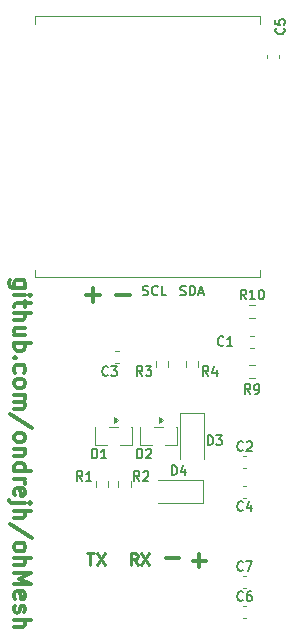
<source format=gto>
%TF.GenerationSoftware,KiCad,Pcbnew,9.0.6*%
%TF.CreationDate,2025-11-18T22:02:06+01:00*%
%TF.ProjectId,simple_mesh,73696d70-6c65-45f6-9d65-73682e6b6963,rev?*%
%TF.SameCoordinates,Original*%
%TF.FileFunction,Legend,Top*%
%TF.FilePolarity,Positive*%
%FSLAX46Y46*%
G04 Gerber Fmt 4.6, Leading zero omitted, Abs format (unit mm)*
G04 Created by KiCad (PCBNEW 9.0.6) date 2025-11-18 22:02:06*
%MOMM*%
%LPD*%
G01*
G04 APERTURE LIST*
%ADD10C,0.250000*%
%ADD11C,0.300000*%
%ADD12C,0.200000*%
%ADD13C,0.150000*%
%ADD14C,0.120000*%
%ADD15C,0.100000*%
G04 APERTURE END LIST*
D10*
X75395996Y-121784619D02*
X75062663Y-121308428D01*
X74824568Y-121784619D02*
X74824568Y-120784619D01*
X74824568Y-120784619D02*
X75205520Y-120784619D01*
X75205520Y-120784619D02*
X75300758Y-120832238D01*
X75300758Y-120832238D02*
X75348377Y-120879857D01*
X75348377Y-120879857D02*
X75395996Y-120975095D01*
X75395996Y-120975095D02*
X75395996Y-121117952D01*
X75395996Y-121117952D02*
X75348377Y-121213190D01*
X75348377Y-121213190D02*
X75300758Y-121260809D01*
X75300758Y-121260809D02*
X75205520Y-121308428D01*
X75205520Y-121308428D02*
X74824568Y-121308428D01*
X75729330Y-120784619D02*
X76395996Y-121784619D01*
X76395996Y-120784619D02*
X75729330Y-121784619D01*
D11*
X77770510Y-121149400D02*
X78913368Y-121149400D01*
D12*
X75848958Y-98913600D02*
X75963244Y-98951695D01*
X75963244Y-98951695D02*
X76153720Y-98951695D01*
X76153720Y-98951695D02*
X76229911Y-98913600D01*
X76229911Y-98913600D02*
X76268006Y-98875504D01*
X76268006Y-98875504D02*
X76306101Y-98799314D01*
X76306101Y-98799314D02*
X76306101Y-98723123D01*
X76306101Y-98723123D02*
X76268006Y-98646933D01*
X76268006Y-98646933D02*
X76229911Y-98608838D01*
X76229911Y-98608838D02*
X76153720Y-98570742D01*
X76153720Y-98570742D02*
X76001339Y-98532647D01*
X76001339Y-98532647D02*
X75925149Y-98494552D01*
X75925149Y-98494552D02*
X75887054Y-98456457D01*
X75887054Y-98456457D02*
X75848958Y-98380266D01*
X75848958Y-98380266D02*
X75848958Y-98304076D01*
X75848958Y-98304076D02*
X75887054Y-98227885D01*
X75887054Y-98227885D02*
X75925149Y-98189790D01*
X75925149Y-98189790D02*
X76001339Y-98151695D01*
X76001339Y-98151695D02*
X76191816Y-98151695D01*
X76191816Y-98151695D02*
X76306101Y-98189790D01*
X77106102Y-98875504D02*
X77068006Y-98913600D01*
X77068006Y-98913600D02*
X76953721Y-98951695D01*
X76953721Y-98951695D02*
X76877530Y-98951695D01*
X76877530Y-98951695D02*
X76763244Y-98913600D01*
X76763244Y-98913600D02*
X76687054Y-98837409D01*
X76687054Y-98837409D02*
X76648959Y-98761219D01*
X76648959Y-98761219D02*
X76610863Y-98608838D01*
X76610863Y-98608838D02*
X76610863Y-98494552D01*
X76610863Y-98494552D02*
X76648959Y-98342171D01*
X76648959Y-98342171D02*
X76687054Y-98265980D01*
X76687054Y-98265980D02*
X76763244Y-98189790D01*
X76763244Y-98189790D02*
X76877530Y-98151695D01*
X76877530Y-98151695D02*
X76953721Y-98151695D01*
X76953721Y-98151695D02*
X77068006Y-98189790D01*
X77068006Y-98189790D02*
X77106102Y-98227885D01*
X77829911Y-98951695D02*
X77448959Y-98951695D01*
X77448959Y-98951695D02*
X77448959Y-98151695D01*
D11*
X71039510Y-98924400D02*
X72182368Y-98924400D01*
X71610939Y-99495828D02*
X71610939Y-98352971D01*
D12*
X79023958Y-98913600D02*
X79138244Y-98951695D01*
X79138244Y-98951695D02*
X79328720Y-98951695D01*
X79328720Y-98951695D02*
X79404911Y-98913600D01*
X79404911Y-98913600D02*
X79443006Y-98875504D01*
X79443006Y-98875504D02*
X79481101Y-98799314D01*
X79481101Y-98799314D02*
X79481101Y-98723123D01*
X79481101Y-98723123D02*
X79443006Y-98646933D01*
X79443006Y-98646933D02*
X79404911Y-98608838D01*
X79404911Y-98608838D02*
X79328720Y-98570742D01*
X79328720Y-98570742D02*
X79176339Y-98532647D01*
X79176339Y-98532647D02*
X79100149Y-98494552D01*
X79100149Y-98494552D02*
X79062054Y-98456457D01*
X79062054Y-98456457D02*
X79023958Y-98380266D01*
X79023958Y-98380266D02*
X79023958Y-98304076D01*
X79023958Y-98304076D02*
X79062054Y-98227885D01*
X79062054Y-98227885D02*
X79100149Y-98189790D01*
X79100149Y-98189790D02*
X79176339Y-98151695D01*
X79176339Y-98151695D02*
X79366816Y-98151695D01*
X79366816Y-98151695D02*
X79481101Y-98189790D01*
X79823959Y-98951695D02*
X79823959Y-98151695D01*
X79823959Y-98151695D02*
X80014435Y-98151695D01*
X80014435Y-98151695D02*
X80128721Y-98189790D01*
X80128721Y-98189790D02*
X80204911Y-98265980D01*
X80204911Y-98265980D02*
X80243006Y-98342171D01*
X80243006Y-98342171D02*
X80281102Y-98494552D01*
X80281102Y-98494552D02*
X80281102Y-98608838D01*
X80281102Y-98608838D02*
X80243006Y-98761219D01*
X80243006Y-98761219D02*
X80204911Y-98837409D01*
X80204911Y-98837409D02*
X80128721Y-98913600D01*
X80128721Y-98913600D02*
X80014435Y-98951695D01*
X80014435Y-98951695D02*
X79823959Y-98951695D01*
X80585863Y-98723123D02*
X80966816Y-98723123D01*
X80509673Y-98951695D02*
X80776340Y-98151695D01*
X80776340Y-98151695D02*
X81043006Y-98951695D01*
D11*
X65890266Y-98285701D02*
X64756933Y-98285701D01*
X64756933Y-98285701D02*
X64623600Y-98219034D01*
X64623600Y-98219034D02*
X64556933Y-98152368D01*
X64556933Y-98152368D02*
X64490266Y-98019034D01*
X64490266Y-98019034D02*
X64490266Y-97819034D01*
X64490266Y-97819034D02*
X64556933Y-97685701D01*
X65023600Y-98285701D02*
X64956933Y-98152368D01*
X64956933Y-98152368D02*
X64956933Y-97885701D01*
X64956933Y-97885701D02*
X65023600Y-97752368D01*
X65023600Y-97752368D02*
X65090266Y-97685701D01*
X65090266Y-97685701D02*
X65223600Y-97619034D01*
X65223600Y-97619034D02*
X65623600Y-97619034D01*
X65623600Y-97619034D02*
X65756933Y-97685701D01*
X65756933Y-97685701D02*
X65823600Y-97752368D01*
X65823600Y-97752368D02*
X65890266Y-97885701D01*
X65890266Y-97885701D02*
X65890266Y-98152368D01*
X65890266Y-98152368D02*
X65823600Y-98285701D01*
X64956933Y-98952368D02*
X65890266Y-98952368D01*
X66356933Y-98952368D02*
X66290266Y-98885701D01*
X66290266Y-98885701D02*
X66223600Y-98952368D01*
X66223600Y-98952368D02*
X66290266Y-99019035D01*
X66290266Y-99019035D02*
X66356933Y-98952368D01*
X66356933Y-98952368D02*
X66223600Y-98952368D01*
X65890266Y-99419035D02*
X65890266Y-99952368D01*
X66356933Y-99619035D02*
X65156933Y-99619035D01*
X65156933Y-99619035D02*
X65023600Y-99685702D01*
X65023600Y-99685702D02*
X64956933Y-99819035D01*
X64956933Y-99819035D02*
X64956933Y-99952368D01*
X64956933Y-100419035D02*
X66356933Y-100419035D01*
X64956933Y-101019035D02*
X65690266Y-101019035D01*
X65690266Y-101019035D02*
X65823600Y-100952368D01*
X65823600Y-100952368D02*
X65890266Y-100819035D01*
X65890266Y-100819035D02*
X65890266Y-100619035D01*
X65890266Y-100619035D02*
X65823600Y-100485702D01*
X65823600Y-100485702D02*
X65756933Y-100419035D01*
X65890266Y-102285702D02*
X64956933Y-102285702D01*
X65890266Y-101685702D02*
X65156933Y-101685702D01*
X65156933Y-101685702D02*
X65023600Y-101752369D01*
X65023600Y-101752369D02*
X64956933Y-101885702D01*
X64956933Y-101885702D02*
X64956933Y-102085702D01*
X64956933Y-102085702D02*
X65023600Y-102219035D01*
X65023600Y-102219035D02*
X65090266Y-102285702D01*
X64956933Y-102952369D02*
X66356933Y-102952369D01*
X65823600Y-102952369D02*
X65890266Y-103085702D01*
X65890266Y-103085702D02*
X65890266Y-103352369D01*
X65890266Y-103352369D02*
X65823600Y-103485702D01*
X65823600Y-103485702D02*
X65756933Y-103552369D01*
X65756933Y-103552369D02*
X65623600Y-103619036D01*
X65623600Y-103619036D02*
X65223600Y-103619036D01*
X65223600Y-103619036D02*
X65090266Y-103552369D01*
X65090266Y-103552369D02*
X65023600Y-103485702D01*
X65023600Y-103485702D02*
X64956933Y-103352369D01*
X64956933Y-103352369D02*
X64956933Y-103085702D01*
X64956933Y-103085702D02*
X65023600Y-102952369D01*
X65090266Y-104219036D02*
X65023600Y-104285703D01*
X65023600Y-104285703D02*
X64956933Y-104219036D01*
X64956933Y-104219036D02*
X65023600Y-104152369D01*
X65023600Y-104152369D02*
X65090266Y-104219036D01*
X65090266Y-104219036D02*
X64956933Y-104219036D01*
X65023600Y-105485703D02*
X64956933Y-105352370D01*
X64956933Y-105352370D02*
X64956933Y-105085703D01*
X64956933Y-105085703D02*
X65023600Y-104952370D01*
X65023600Y-104952370D02*
X65090266Y-104885703D01*
X65090266Y-104885703D02*
X65223600Y-104819036D01*
X65223600Y-104819036D02*
X65623600Y-104819036D01*
X65623600Y-104819036D02*
X65756933Y-104885703D01*
X65756933Y-104885703D02*
X65823600Y-104952370D01*
X65823600Y-104952370D02*
X65890266Y-105085703D01*
X65890266Y-105085703D02*
X65890266Y-105352370D01*
X65890266Y-105352370D02*
X65823600Y-105485703D01*
X64956933Y-106285703D02*
X65023600Y-106152370D01*
X65023600Y-106152370D02*
X65090266Y-106085703D01*
X65090266Y-106085703D02*
X65223600Y-106019036D01*
X65223600Y-106019036D02*
X65623600Y-106019036D01*
X65623600Y-106019036D02*
X65756933Y-106085703D01*
X65756933Y-106085703D02*
X65823600Y-106152370D01*
X65823600Y-106152370D02*
X65890266Y-106285703D01*
X65890266Y-106285703D02*
X65890266Y-106485703D01*
X65890266Y-106485703D02*
X65823600Y-106619036D01*
X65823600Y-106619036D02*
X65756933Y-106685703D01*
X65756933Y-106685703D02*
X65623600Y-106752370D01*
X65623600Y-106752370D02*
X65223600Y-106752370D01*
X65223600Y-106752370D02*
X65090266Y-106685703D01*
X65090266Y-106685703D02*
X65023600Y-106619036D01*
X65023600Y-106619036D02*
X64956933Y-106485703D01*
X64956933Y-106485703D02*
X64956933Y-106285703D01*
X64956933Y-107352370D02*
X65890266Y-107352370D01*
X65756933Y-107352370D02*
X65823600Y-107419037D01*
X65823600Y-107419037D02*
X65890266Y-107552370D01*
X65890266Y-107552370D02*
X65890266Y-107752370D01*
X65890266Y-107752370D02*
X65823600Y-107885703D01*
X65823600Y-107885703D02*
X65690266Y-107952370D01*
X65690266Y-107952370D02*
X64956933Y-107952370D01*
X65690266Y-107952370D02*
X65823600Y-108019037D01*
X65823600Y-108019037D02*
X65890266Y-108152370D01*
X65890266Y-108152370D02*
X65890266Y-108352370D01*
X65890266Y-108352370D02*
X65823600Y-108485703D01*
X65823600Y-108485703D02*
X65690266Y-108552370D01*
X65690266Y-108552370D02*
X64956933Y-108552370D01*
X66423600Y-110219037D02*
X64623600Y-109019037D01*
X64956933Y-110885704D02*
X65023600Y-110752371D01*
X65023600Y-110752371D02*
X65090266Y-110685704D01*
X65090266Y-110685704D02*
X65223600Y-110619037D01*
X65223600Y-110619037D02*
X65623600Y-110619037D01*
X65623600Y-110619037D02*
X65756933Y-110685704D01*
X65756933Y-110685704D02*
X65823600Y-110752371D01*
X65823600Y-110752371D02*
X65890266Y-110885704D01*
X65890266Y-110885704D02*
X65890266Y-111085704D01*
X65890266Y-111085704D02*
X65823600Y-111219037D01*
X65823600Y-111219037D02*
X65756933Y-111285704D01*
X65756933Y-111285704D02*
X65623600Y-111352371D01*
X65623600Y-111352371D02*
X65223600Y-111352371D01*
X65223600Y-111352371D02*
X65090266Y-111285704D01*
X65090266Y-111285704D02*
X65023600Y-111219037D01*
X65023600Y-111219037D02*
X64956933Y-111085704D01*
X64956933Y-111085704D02*
X64956933Y-110885704D01*
X65890266Y-111952371D02*
X64956933Y-111952371D01*
X65756933Y-111952371D02*
X65823600Y-112019038D01*
X65823600Y-112019038D02*
X65890266Y-112152371D01*
X65890266Y-112152371D02*
X65890266Y-112352371D01*
X65890266Y-112352371D02*
X65823600Y-112485704D01*
X65823600Y-112485704D02*
X65690266Y-112552371D01*
X65690266Y-112552371D02*
X64956933Y-112552371D01*
X64956933Y-113819038D02*
X66356933Y-113819038D01*
X65023600Y-113819038D02*
X64956933Y-113685705D01*
X64956933Y-113685705D02*
X64956933Y-113419038D01*
X64956933Y-113419038D02*
X65023600Y-113285705D01*
X65023600Y-113285705D02*
X65090266Y-113219038D01*
X65090266Y-113219038D02*
X65223600Y-113152371D01*
X65223600Y-113152371D02*
X65623600Y-113152371D01*
X65623600Y-113152371D02*
X65756933Y-113219038D01*
X65756933Y-113219038D02*
X65823600Y-113285705D01*
X65823600Y-113285705D02*
X65890266Y-113419038D01*
X65890266Y-113419038D02*
X65890266Y-113685705D01*
X65890266Y-113685705D02*
X65823600Y-113819038D01*
X64956933Y-114485705D02*
X65890266Y-114485705D01*
X65623600Y-114485705D02*
X65756933Y-114552372D01*
X65756933Y-114552372D02*
X65823600Y-114619038D01*
X65823600Y-114619038D02*
X65890266Y-114752372D01*
X65890266Y-114752372D02*
X65890266Y-114885705D01*
X65023600Y-115885705D02*
X64956933Y-115752372D01*
X64956933Y-115752372D02*
X64956933Y-115485705D01*
X64956933Y-115485705D02*
X65023600Y-115352372D01*
X65023600Y-115352372D02*
X65156933Y-115285705D01*
X65156933Y-115285705D02*
X65690266Y-115285705D01*
X65690266Y-115285705D02*
X65823600Y-115352372D01*
X65823600Y-115352372D02*
X65890266Y-115485705D01*
X65890266Y-115485705D02*
X65890266Y-115752372D01*
X65890266Y-115752372D02*
X65823600Y-115885705D01*
X65823600Y-115885705D02*
X65690266Y-115952372D01*
X65690266Y-115952372D02*
X65556933Y-115952372D01*
X65556933Y-115952372D02*
X65423600Y-115285705D01*
X65890266Y-116552372D02*
X64690266Y-116552372D01*
X64690266Y-116552372D02*
X64556933Y-116485705D01*
X64556933Y-116485705D02*
X64490266Y-116352372D01*
X64490266Y-116352372D02*
X64490266Y-116285705D01*
X66356933Y-116552372D02*
X66290266Y-116485705D01*
X66290266Y-116485705D02*
X66223600Y-116552372D01*
X66223600Y-116552372D02*
X66290266Y-116619039D01*
X66290266Y-116619039D02*
X66356933Y-116552372D01*
X66356933Y-116552372D02*
X66223600Y-116552372D01*
X64956933Y-117219039D02*
X66356933Y-117219039D01*
X64956933Y-117819039D02*
X65690266Y-117819039D01*
X65690266Y-117819039D02*
X65823600Y-117752372D01*
X65823600Y-117752372D02*
X65890266Y-117619039D01*
X65890266Y-117619039D02*
X65890266Y-117419039D01*
X65890266Y-117419039D02*
X65823600Y-117285706D01*
X65823600Y-117285706D02*
X65756933Y-117219039D01*
X66423600Y-119485706D02*
X64623600Y-118285706D01*
X64956933Y-120152373D02*
X65023600Y-120019040D01*
X65023600Y-120019040D02*
X65090266Y-119952373D01*
X65090266Y-119952373D02*
X65223600Y-119885706D01*
X65223600Y-119885706D02*
X65623600Y-119885706D01*
X65623600Y-119885706D02*
X65756933Y-119952373D01*
X65756933Y-119952373D02*
X65823600Y-120019040D01*
X65823600Y-120019040D02*
X65890266Y-120152373D01*
X65890266Y-120152373D02*
X65890266Y-120352373D01*
X65890266Y-120352373D02*
X65823600Y-120485706D01*
X65823600Y-120485706D02*
X65756933Y-120552373D01*
X65756933Y-120552373D02*
X65623600Y-120619040D01*
X65623600Y-120619040D02*
X65223600Y-120619040D01*
X65223600Y-120619040D02*
X65090266Y-120552373D01*
X65090266Y-120552373D02*
X65023600Y-120485706D01*
X65023600Y-120485706D02*
X64956933Y-120352373D01*
X64956933Y-120352373D02*
X64956933Y-120152373D01*
X64956933Y-121219040D02*
X66356933Y-121219040D01*
X64956933Y-121819040D02*
X65690266Y-121819040D01*
X65690266Y-121819040D02*
X65823600Y-121752373D01*
X65823600Y-121752373D02*
X65890266Y-121619040D01*
X65890266Y-121619040D02*
X65890266Y-121419040D01*
X65890266Y-121419040D02*
X65823600Y-121285707D01*
X65823600Y-121285707D02*
X65756933Y-121219040D01*
X64956933Y-122485707D02*
X66356933Y-122485707D01*
X66356933Y-122485707D02*
X65356933Y-122952374D01*
X65356933Y-122952374D02*
X66356933Y-123419040D01*
X66356933Y-123419040D02*
X64956933Y-123419040D01*
X65023600Y-124619040D02*
X64956933Y-124485707D01*
X64956933Y-124485707D02*
X64956933Y-124219040D01*
X64956933Y-124219040D02*
X65023600Y-124085707D01*
X65023600Y-124085707D02*
X65156933Y-124019040D01*
X65156933Y-124019040D02*
X65690266Y-124019040D01*
X65690266Y-124019040D02*
X65823600Y-124085707D01*
X65823600Y-124085707D02*
X65890266Y-124219040D01*
X65890266Y-124219040D02*
X65890266Y-124485707D01*
X65890266Y-124485707D02*
X65823600Y-124619040D01*
X65823600Y-124619040D02*
X65690266Y-124685707D01*
X65690266Y-124685707D02*
X65556933Y-124685707D01*
X65556933Y-124685707D02*
X65423600Y-124019040D01*
X65023600Y-125219040D02*
X64956933Y-125352374D01*
X64956933Y-125352374D02*
X64956933Y-125619040D01*
X64956933Y-125619040D02*
X65023600Y-125752374D01*
X65023600Y-125752374D02*
X65156933Y-125819040D01*
X65156933Y-125819040D02*
X65223600Y-125819040D01*
X65223600Y-125819040D02*
X65356933Y-125752374D01*
X65356933Y-125752374D02*
X65423600Y-125619040D01*
X65423600Y-125619040D02*
X65423600Y-125419040D01*
X65423600Y-125419040D02*
X65490266Y-125285707D01*
X65490266Y-125285707D02*
X65623600Y-125219040D01*
X65623600Y-125219040D02*
X65690266Y-125219040D01*
X65690266Y-125219040D02*
X65823600Y-125285707D01*
X65823600Y-125285707D02*
X65890266Y-125419040D01*
X65890266Y-125419040D02*
X65890266Y-125619040D01*
X65890266Y-125619040D02*
X65823600Y-125752374D01*
X64956933Y-126419040D02*
X66356933Y-126419040D01*
X64956933Y-127019040D02*
X65690266Y-127019040D01*
X65690266Y-127019040D02*
X65823600Y-126952373D01*
X65823600Y-126952373D02*
X65890266Y-126819040D01*
X65890266Y-126819040D02*
X65890266Y-126619040D01*
X65890266Y-126619040D02*
X65823600Y-126485707D01*
X65823600Y-126485707D02*
X65756933Y-126419040D01*
D10*
X71125711Y-120784619D02*
X71697139Y-120784619D01*
X71411425Y-121784619D02*
X71411425Y-120784619D01*
X71935235Y-120784619D02*
X72601901Y-121784619D01*
X72601901Y-120784619D02*
X71935235Y-121784619D01*
D11*
X73579510Y-98924400D02*
X74722368Y-98924400D01*
X80056510Y-121403400D02*
X81199368Y-121403400D01*
X80627939Y-121974828D02*
X80627939Y-120831971D01*
D13*
X75812667Y-105772295D02*
X75546000Y-105391342D01*
X75355524Y-105772295D02*
X75355524Y-104972295D01*
X75355524Y-104972295D02*
X75660286Y-104972295D01*
X75660286Y-104972295D02*
X75736476Y-105010390D01*
X75736476Y-105010390D02*
X75774571Y-105048485D01*
X75774571Y-105048485D02*
X75812667Y-105124676D01*
X75812667Y-105124676D02*
X75812667Y-105238961D01*
X75812667Y-105238961D02*
X75774571Y-105315152D01*
X75774571Y-105315152D02*
X75736476Y-105353247D01*
X75736476Y-105353247D02*
X75660286Y-105391342D01*
X75660286Y-105391342D02*
X75355524Y-105391342D01*
X76079333Y-104972295D02*
X76574571Y-104972295D01*
X76574571Y-104972295D02*
X76307905Y-105277057D01*
X76307905Y-105277057D02*
X76422190Y-105277057D01*
X76422190Y-105277057D02*
X76498381Y-105315152D01*
X76498381Y-105315152D02*
X76536476Y-105353247D01*
X76536476Y-105353247D02*
X76574571Y-105429438D01*
X76574571Y-105429438D02*
X76574571Y-105619914D01*
X76574571Y-105619914D02*
X76536476Y-105696104D01*
X76536476Y-105696104D02*
X76498381Y-105734200D01*
X76498381Y-105734200D02*
X76422190Y-105772295D01*
X76422190Y-105772295D02*
X76193619Y-105772295D01*
X76193619Y-105772295D02*
X76117428Y-105734200D01*
X76117428Y-105734200D02*
X76079333Y-105696104D01*
X81324524Y-111614295D02*
X81324524Y-110814295D01*
X81324524Y-110814295D02*
X81515000Y-110814295D01*
X81515000Y-110814295D02*
X81629286Y-110852390D01*
X81629286Y-110852390D02*
X81705476Y-110928580D01*
X81705476Y-110928580D02*
X81743571Y-111004771D01*
X81743571Y-111004771D02*
X81781667Y-111157152D01*
X81781667Y-111157152D02*
X81781667Y-111271438D01*
X81781667Y-111271438D02*
X81743571Y-111423819D01*
X81743571Y-111423819D02*
X81705476Y-111500009D01*
X81705476Y-111500009D02*
X81629286Y-111576200D01*
X81629286Y-111576200D02*
X81515000Y-111614295D01*
X81515000Y-111614295D02*
X81324524Y-111614295D01*
X82048333Y-110814295D02*
X82543571Y-110814295D01*
X82543571Y-110814295D02*
X82276905Y-111119057D01*
X82276905Y-111119057D02*
X82391190Y-111119057D01*
X82391190Y-111119057D02*
X82467381Y-111157152D01*
X82467381Y-111157152D02*
X82505476Y-111195247D01*
X82505476Y-111195247D02*
X82543571Y-111271438D01*
X82543571Y-111271438D02*
X82543571Y-111461914D01*
X82543571Y-111461914D02*
X82505476Y-111538104D01*
X82505476Y-111538104D02*
X82467381Y-111576200D01*
X82467381Y-111576200D02*
X82391190Y-111614295D01*
X82391190Y-111614295D02*
X82162619Y-111614295D01*
X82162619Y-111614295D02*
X82086428Y-111576200D01*
X82086428Y-111576200D02*
X82048333Y-111538104D01*
X75355524Y-112757295D02*
X75355524Y-111957295D01*
X75355524Y-111957295D02*
X75546000Y-111957295D01*
X75546000Y-111957295D02*
X75660286Y-111995390D01*
X75660286Y-111995390D02*
X75736476Y-112071580D01*
X75736476Y-112071580D02*
X75774571Y-112147771D01*
X75774571Y-112147771D02*
X75812667Y-112300152D01*
X75812667Y-112300152D02*
X75812667Y-112414438D01*
X75812667Y-112414438D02*
X75774571Y-112566819D01*
X75774571Y-112566819D02*
X75736476Y-112643009D01*
X75736476Y-112643009D02*
X75660286Y-112719200D01*
X75660286Y-112719200D02*
X75546000Y-112757295D01*
X75546000Y-112757295D02*
X75355524Y-112757295D01*
X76117428Y-112033485D02*
X76155524Y-111995390D01*
X76155524Y-111995390D02*
X76231714Y-111957295D01*
X76231714Y-111957295D02*
X76422190Y-111957295D01*
X76422190Y-111957295D02*
X76498381Y-111995390D01*
X76498381Y-111995390D02*
X76536476Y-112033485D01*
X76536476Y-112033485D02*
X76574571Y-112109676D01*
X76574571Y-112109676D02*
X76574571Y-112185866D01*
X76574571Y-112185866D02*
X76536476Y-112300152D01*
X76536476Y-112300152D02*
X76079333Y-112757295D01*
X76079333Y-112757295D02*
X76574571Y-112757295D01*
X78276524Y-114154295D02*
X78276524Y-113354295D01*
X78276524Y-113354295D02*
X78467000Y-113354295D01*
X78467000Y-113354295D02*
X78581286Y-113392390D01*
X78581286Y-113392390D02*
X78657476Y-113468580D01*
X78657476Y-113468580D02*
X78695571Y-113544771D01*
X78695571Y-113544771D02*
X78733667Y-113697152D01*
X78733667Y-113697152D02*
X78733667Y-113811438D01*
X78733667Y-113811438D02*
X78695571Y-113963819D01*
X78695571Y-113963819D02*
X78657476Y-114040009D01*
X78657476Y-114040009D02*
X78581286Y-114116200D01*
X78581286Y-114116200D02*
X78467000Y-114154295D01*
X78467000Y-114154295D02*
X78276524Y-114154295D01*
X79419381Y-113620961D02*
X79419381Y-114154295D01*
X79228905Y-113316200D02*
X79038428Y-113887628D01*
X79038428Y-113887628D02*
X79533667Y-113887628D01*
X84956667Y-107296295D02*
X84690000Y-106915342D01*
X84499524Y-107296295D02*
X84499524Y-106496295D01*
X84499524Y-106496295D02*
X84804286Y-106496295D01*
X84804286Y-106496295D02*
X84880476Y-106534390D01*
X84880476Y-106534390D02*
X84918571Y-106572485D01*
X84918571Y-106572485D02*
X84956667Y-106648676D01*
X84956667Y-106648676D02*
X84956667Y-106762961D01*
X84956667Y-106762961D02*
X84918571Y-106839152D01*
X84918571Y-106839152D02*
X84880476Y-106877247D01*
X84880476Y-106877247D02*
X84804286Y-106915342D01*
X84804286Y-106915342D02*
X84499524Y-106915342D01*
X85337619Y-107296295D02*
X85490000Y-107296295D01*
X85490000Y-107296295D02*
X85566190Y-107258200D01*
X85566190Y-107258200D02*
X85604286Y-107220104D01*
X85604286Y-107220104D02*
X85680476Y-107105819D01*
X85680476Y-107105819D02*
X85718571Y-106953438D01*
X85718571Y-106953438D02*
X85718571Y-106648676D01*
X85718571Y-106648676D02*
X85680476Y-106572485D01*
X85680476Y-106572485D02*
X85642381Y-106534390D01*
X85642381Y-106534390D02*
X85566190Y-106496295D01*
X85566190Y-106496295D02*
X85413809Y-106496295D01*
X85413809Y-106496295D02*
X85337619Y-106534390D01*
X85337619Y-106534390D02*
X85299524Y-106572485D01*
X85299524Y-106572485D02*
X85261428Y-106648676D01*
X85261428Y-106648676D02*
X85261428Y-106839152D01*
X85261428Y-106839152D02*
X85299524Y-106915342D01*
X85299524Y-106915342D02*
X85337619Y-106953438D01*
X85337619Y-106953438D02*
X85413809Y-106991533D01*
X85413809Y-106991533D02*
X85566190Y-106991533D01*
X85566190Y-106991533D02*
X85642381Y-106953438D01*
X85642381Y-106953438D02*
X85680476Y-106915342D01*
X85680476Y-106915342D02*
X85718571Y-106839152D01*
X71545524Y-112757295D02*
X71545524Y-111957295D01*
X71545524Y-111957295D02*
X71736000Y-111957295D01*
X71736000Y-111957295D02*
X71850286Y-111995390D01*
X71850286Y-111995390D02*
X71926476Y-112071580D01*
X71926476Y-112071580D02*
X71964571Y-112147771D01*
X71964571Y-112147771D02*
X72002667Y-112300152D01*
X72002667Y-112300152D02*
X72002667Y-112414438D01*
X72002667Y-112414438D02*
X71964571Y-112566819D01*
X71964571Y-112566819D02*
X71926476Y-112643009D01*
X71926476Y-112643009D02*
X71850286Y-112719200D01*
X71850286Y-112719200D02*
X71736000Y-112757295D01*
X71736000Y-112757295D02*
X71545524Y-112757295D01*
X72764571Y-112757295D02*
X72307428Y-112757295D01*
X72536000Y-112757295D02*
X72536000Y-111957295D01*
X72536000Y-111957295D02*
X72459809Y-112071580D01*
X72459809Y-112071580D02*
X72383619Y-112147771D01*
X72383619Y-112147771D02*
X72307428Y-112185866D01*
X87789104Y-76333332D02*
X87827200Y-76371428D01*
X87827200Y-76371428D02*
X87865295Y-76485713D01*
X87865295Y-76485713D02*
X87865295Y-76561904D01*
X87865295Y-76561904D02*
X87827200Y-76676190D01*
X87827200Y-76676190D02*
X87751009Y-76752380D01*
X87751009Y-76752380D02*
X87674819Y-76790475D01*
X87674819Y-76790475D02*
X87522438Y-76828571D01*
X87522438Y-76828571D02*
X87408152Y-76828571D01*
X87408152Y-76828571D02*
X87255771Y-76790475D01*
X87255771Y-76790475D02*
X87179580Y-76752380D01*
X87179580Y-76752380D02*
X87103390Y-76676190D01*
X87103390Y-76676190D02*
X87065295Y-76561904D01*
X87065295Y-76561904D02*
X87065295Y-76485713D01*
X87065295Y-76485713D02*
X87103390Y-76371428D01*
X87103390Y-76371428D02*
X87141485Y-76333332D01*
X87065295Y-75609523D02*
X87065295Y-75990475D01*
X87065295Y-75990475D02*
X87446247Y-76028571D01*
X87446247Y-76028571D02*
X87408152Y-75990475D01*
X87408152Y-75990475D02*
X87370057Y-75914285D01*
X87370057Y-75914285D02*
X87370057Y-75723809D01*
X87370057Y-75723809D02*
X87408152Y-75647618D01*
X87408152Y-75647618D02*
X87446247Y-75609523D01*
X87446247Y-75609523D02*
X87522438Y-75571428D01*
X87522438Y-75571428D02*
X87712914Y-75571428D01*
X87712914Y-75571428D02*
X87789104Y-75609523D01*
X87789104Y-75609523D02*
X87827200Y-75647618D01*
X87827200Y-75647618D02*
X87865295Y-75723809D01*
X87865295Y-75723809D02*
X87865295Y-75914285D01*
X87865295Y-75914285D02*
X87827200Y-75990475D01*
X87827200Y-75990475D02*
X87789104Y-76028571D01*
X70732667Y-114662295D02*
X70466000Y-114281342D01*
X70275524Y-114662295D02*
X70275524Y-113862295D01*
X70275524Y-113862295D02*
X70580286Y-113862295D01*
X70580286Y-113862295D02*
X70656476Y-113900390D01*
X70656476Y-113900390D02*
X70694571Y-113938485D01*
X70694571Y-113938485D02*
X70732667Y-114014676D01*
X70732667Y-114014676D02*
X70732667Y-114128961D01*
X70732667Y-114128961D02*
X70694571Y-114205152D01*
X70694571Y-114205152D02*
X70656476Y-114243247D01*
X70656476Y-114243247D02*
X70580286Y-114281342D01*
X70580286Y-114281342D02*
X70275524Y-114281342D01*
X71494571Y-114662295D02*
X71037428Y-114662295D01*
X71266000Y-114662295D02*
X71266000Y-113862295D01*
X71266000Y-113862295D02*
X71189809Y-113976580D01*
X71189809Y-113976580D02*
X71113619Y-114052771D01*
X71113619Y-114052771D02*
X71037428Y-114090866D01*
X81400667Y-105772295D02*
X81134000Y-105391342D01*
X80943524Y-105772295D02*
X80943524Y-104972295D01*
X80943524Y-104972295D02*
X81248286Y-104972295D01*
X81248286Y-104972295D02*
X81324476Y-105010390D01*
X81324476Y-105010390D02*
X81362571Y-105048485D01*
X81362571Y-105048485D02*
X81400667Y-105124676D01*
X81400667Y-105124676D02*
X81400667Y-105238961D01*
X81400667Y-105238961D02*
X81362571Y-105315152D01*
X81362571Y-105315152D02*
X81324476Y-105353247D01*
X81324476Y-105353247D02*
X81248286Y-105391342D01*
X81248286Y-105391342D02*
X80943524Y-105391342D01*
X82086381Y-105238961D02*
X82086381Y-105772295D01*
X81895905Y-104934200D02*
X81705428Y-105505628D01*
X81705428Y-105505628D02*
X82200667Y-105505628D01*
X75558667Y-114662295D02*
X75292000Y-114281342D01*
X75101524Y-114662295D02*
X75101524Y-113862295D01*
X75101524Y-113862295D02*
X75406286Y-113862295D01*
X75406286Y-113862295D02*
X75482476Y-113900390D01*
X75482476Y-113900390D02*
X75520571Y-113938485D01*
X75520571Y-113938485D02*
X75558667Y-114014676D01*
X75558667Y-114014676D02*
X75558667Y-114128961D01*
X75558667Y-114128961D02*
X75520571Y-114205152D01*
X75520571Y-114205152D02*
X75482476Y-114243247D01*
X75482476Y-114243247D02*
X75406286Y-114281342D01*
X75406286Y-114281342D02*
X75101524Y-114281342D01*
X75863428Y-113938485D02*
X75901524Y-113900390D01*
X75901524Y-113900390D02*
X75977714Y-113862295D01*
X75977714Y-113862295D02*
X76168190Y-113862295D01*
X76168190Y-113862295D02*
X76244381Y-113900390D01*
X76244381Y-113900390D02*
X76282476Y-113938485D01*
X76282476Y-113938485D02*
X76320571Y-114014676D01*
X76320571Y-114014676D02*
X76320571Y-114090866D01*
X76320571Y-114090866D02*
X76282476Y-114205152D01*
X76282476Y-114205152D02*
X75825333Y-114662295D01*
X75825333Y-114662295D02*
X76320571Y-114662295D01*
X84321667Y-112046104D02*
X84283571Y-112084200D01*
X84283571Y-112084200D02*
X84169286Y-112122295D01*
X84169286Y-112122295D02*
X84093095Y-112122295D01*
X84093095Y-112122295D02*
X83978809Y-112084200D01*
X83978809Y-112084200D02*
X83902619Y-112008009D01*
X83902619Y-112008009D02*
X83864524Y-111931819D01*
X83864524Y-111931819D02*
X83826428Y-111779438D01*
X83826428Y-111779438D02*
X83826428Y-111665152D01*
X83826428Y-111665152D02*
X83864524Y-111512771D01*
X83864524Y-111512771D02*
X83902619Y-111436580D01*
X83902619Y-111436580D02*
X83978809Y-111360390D01*
X83978809Y-111360390D02*
X84093095Y-111322295D01*
X84093095Y-111322295D02*
X84169286Y-111322295D01*
X84169286Y-111322295D02*
X84283571Y-111360390D01*
X84283571Y-111360390D02*
X84321667Y-111398485D01*
X84626428Y-111398485D02*
X84664524Y-111360390D01*
X84664524Y-111360390D02*
X84740714Y-111322295D01*
X84740714Y-111322295D02*
X84931190Y-111322295D01*
X84931190Y-111322295D02*
X85007381Y-111360390D01*
X85007381Y-111360390D02*
X85045476Y-111398485D01*
X85045476Y-111398485D02*
X85083571Y-111474676D01*
X85083571Y-111474676D02*
X85083571Y-111550866D01*
X85083571Y-111550866D02*
X85045476Y-111665152D01*
X85045476Y-111665152D02*
X84588333Y-112122295D01*
X84588333Y-112122295D02*
X85083571Y-112122295D01*
X72891667Y-105696104D02*
X72853571Y-105734200D01*
X72853571Y-105734200D02*
X72739286Y-105772295D01*
X72739286Y-105772295D02*
X72663095Y-105772295D01*
X72663095Y-105772295D02*
X72548809Y-105734200D01*
X72548809Y-105734200D02*
X72472619Y-105658009D01*
X72472619Y-105658009D02*
X72434524Y-105581819D01*
X72434524Y-105581819D02*
X72396428Y-105429438D01*
X72396428Y-105429438D02*
X72396428Y-105315152D01*
X72396428Y-105315152D02*
X72434524Y-105162771D01*
X72434524Y-105162771D02*
X72472619Y-105086580D01*
X72472619Y-105086580D02*
X72548809Y-105010390D01*
X72548809Y-105010390D02*
X72663095Y-104972295D01*
X72663095Y-104972295D02*
X72739286Y-104972295D01*
X72739286Y-104972295D02*
X72853571Y-105010390D01*
X72853571Y-105010390D02*
X72891667Y-105048485D01*
X73158333Y-104972295D02*
X73653571Y-104972295D01*
X73653571Y-104972295D02*
X73386905Y-105277057D01*
X73386905Y-105277057D02*
X73501190Y-105277057D01*
X73501190Y-105277057D02*
X73577381Y-105315152D01*
X73577381Y-105315152D02*
X73615476Y-105353247D01*
X73615476Y-105353247D02*
X73653571Y-105429438D01*
X73653571Y-105429438D02*
X73653571Y-105619914D01*
X73653571Y-105619914D02*
X73615476Y-105696104D01*
X73615476Y-105696104D02*
X73577381Y-105734200D01*
X73577381Y-105734200D02*
X73501190Y-105772295D01*
X73501190Y-105772295D02*
X73272619Y-105772295D01*
X73272619Y-105772295D02*
X73196428Y-105734200D01*
X73196428Y-105734200D02*
X73158333Y-105696104D01*
X82670667Y-103156104D02*
X82632571Y-103194200D01*
X82632571Y-103194200D02*
X82518286Y-103232295D01*
X82518286Y-103232295D02*
X82442095Y-103232295D01*
X82442095Y-103232295D02*
X82327809Y-103194200D01*
X82327809Y-103194200D02*
X82251619Y-103118009D01*
X82251619Y-103118009D02*
X82213524Y-103041819D01*
X82213524Y-103041819D02*
X82175428Y-102889438D01*
X82175428Y-102889438D02*
X82175428Y-102775152D01*
X82175428Y-102775152D02*
X82213524Y-102622771D01*
X82213524Y-102622771D02*
X82251619Y-102546580D01*
X82251619Y-102546580D02*
X82327809Y-102470390D01*
X82327809Y-102470390D02*
X82442095Y-102432295D01*
X82442095Y-102432295D02*
X82518286Y-102432295D01*
X82518286Y-102432295D02*
X82632571Y-102470390D01*
X82632571Y-102470390D02*
X82670667Y-102508485D01*
X83432571Y-103232295D02*
X82975428Y-103232295D01*
X83204000Y-103232295D02*
X83204000Y-102432295D01*
X83204000Y-102432295D02*
X83127809Y-102546580D01*
X83127809Y-102546580D02*
X83051619Y-102622771D01*
X83051619Y-102622771D02*
X82975428Y-102660866D01*
X84321667Y-117126104D02*
X84283571Y-117164200D01*
X84283571Y-117164200D02*
X84169286Y-117202295D01*
X84169286Y-117202295D02*
X84093095Y-117202295D01*
X84093095Y-117202295D02*
X83978809Y-117164200D01*
X83978809Y-117164200D02*
X83902619Y-117088009D01*
X83902619Y-117088009D02*
X83864524Y-117011819D01*
X83864524Y-117011819D02*
X83826428Y-116859438D01*
X83826428Y-116859438D02*
X83826428Y-116745152D01*
X83826428Y-116745152D02*
X83864524Y-116592771D01*
X83864524Y-116592771D02*
X83902619Y-116516580D01*
X83902619Y-116516580D02*
X83978809Y-116440390D01*
X83978809Y-116440390D02*
X84093095Y-116402295D01*
X84093095Y-116402295D02*
X84169286Y-116402295D01*
X84169286Y-116402295D02*
X84283571Y-116440390D01*
X84283571Y-116440390D02*
X84321667Y-116478485D01*
X85007381Y-116668961D02*
X85007381Y-117202295D01*
X84816905Y-116364200D02*
X84626428Y-116935628D01*
X84626428Y-116935628D02*
X85121667Y-116935628D01*
X84575714Y-99262295D02*
X84309047Y-98881342D01*
X84118571Y-99262295D02*
X84118571Y-98462295D01*
X84118571Y-98462295D02*
X84423333Y-98462295D01*
X84423333Y-98462295D02*
X84499523Y-98500390D01*
X84499523Y-98500390D02*
X84537618Y-98538485D01*
X84537618Y-98538485D02*
X84575714Y-98614676D01*
X84575714Y-98614676D02*
X84575714Y-98728961D01*
X84575714Y-98728961D02*
X84537618Y-98805152D01*
X84537618Y-98805152D02*
X84499523Y-98843247D01*
X84499523Y-98843247D02*
X84423333Y-98881342D01*
X84423333Y-98881342D02*
X84118571Y-98881342D01*
X85337618Y-99262295D02*
X84880475Y-99262295D01*
X85109047Y-99262295D02*
X85109047Y-98462295D01*
X85109047Y-98462295D02*
X85032856Y-98576580D01*
X85032856Y-98576580D02*
X84956666Y-98652771D01*
X84956666Y-98652771D02*
X84880475Y-98690866D01*
X85832857Y-98462295D02*
X85909047Y-98462295D01*
X85909047Y-98462295D02*
X85985238Y-98500390D01*
X85985238Y-98500390D02*
X86023333Y-98538485D01*
X86023333Y-98538485D02*
X86061428Y-98614676D01*
X86061428Y-98614676D02*
X86099523Y-98767057D01*
X86099523Y-98767057D02*
X86099523Y-98957533D01*
X86099523Y-98957533D02*
X86061428Y-99109914D01*
X86061428Y-99109914D02*
X86023333Y-99186104D01*
X86023333Y-99186104D02*
X85985238Y-99224200D01*
X85985238Y-99224200D02*
X85909047Y-99262295D01*
X85909047Y-99262295D02*
X85832857Y-99262295D01*
X85832857Y-99262295D02*
X85756666Y-99224200D01*
X85756666Y-99224200D02*
X85718571Y-99186104D01*
X85718571Y-99186104D02*
X85680476Y-99109914D01*
X85680476Y-99109914D02*
X85642380Y-98957533D01*
X85642380Y-98957533D02*
X85642380Y-98767057D01*
X85642380Y-98767057D02*
X85680476Y-98614676D01*
X85680476Y-98614676D02*
X85718571Y-98538485D01*
X85718571Y-98538485D02*
X85756666Y-98500390D01*
X85756666Y-98500390D02*
X85832857Y-98462295D01*
X84321667Y-124746104D02*
X84283571Y-124784200D01*
X84283571Y-124784200D02*
X84169286Y-124822295D01*
X84169286Y-124822295D02*
X84093095Y-124822295D01*
X84093095Y-124822295D02*
X83978809Y-124784200D01*
X83978809Y-124784200D02*
X83902619Y-124708009D01*
X83902619Y-124708009D02*
X83864524Y-124631819D01*
X83864524Y-124631819D02*
X83826428Y-124479438D01*
X83826428Y-124479438D02*
X83826428Y-124365152D01*
X83826428Y-124365152D02*
X83864524Y-124212771D01*
X83864524Y-124212771D02*
X83902619Y-124136580D01*
X83902619Y-124136580D02*
X83978809Y-124060390D01*
X83978809Y-124060390D02*
X84093095Y-124022295D01*
X84093095Y-124022295D02*
X84169286Y-124022295D01*
X84169286Y-124022295D02*
X84283571Y-124060390D01*
X84283571Y-124060390D02*
X84321667Y-124098485D01*
X85007381Y-124022295D02*
X84855000Y-124022295D01*
X84855000Y-124022295D02*
X84778809Y-124060390D01*
X84778809Y-124060390D02*
X84740714Y-124098485D01*
X84740714Y-124098485D02*
X84664524Y-124212771D01*
X84664524Y-124212771D02*
X84626428Y-124365152D01*
X84626428Y-124365152D02*
X84626428Y-124669914D01*
X84626428Y-124669914D02*
X84664524Y-124746104D01*
X84664524Y-124746104D02*
X84702619Y-124784200D01*
X84702619Y-124784200D02*
X84778809Y-124822295D01*
X84778809Y-124822295D02*
X84931190Y-124822295D01*
X84931190Y-124822295D02*
X85007381Y-124784200D01*
X85007381Y-124784200D02*
X85045476Y-124746104D01*
X85045476Y-124746104D02*
X85083571Y-124669914D01*
X85083571Y-124669914D02*
X85083571Y-124479438D01*
X85083571Y-124479438D02*
X85045476Y-124403247D01*
X85045476Y-124403247D02*
X85007381Y-124365152D01*
X85007381Y-124365152D02*
X84931190Y-124327057D01*
X84931190Y-124327057D02*
X84778809Y-124327057D01*
X84778809Y-124327057D02*
X84702619Y-124365152D01*
X84702619Y-124365152D02*
X84664524Y-124403247D01*
X84664524Y-124403247D02*
X84626428Y-124479438D01*
X84321667Y-122206104D02*
X84283571Y-122244200D01*
X84283571Y-122244200D02*
X84169286Y-122282295D01*
X84169286Y-122282295D02*
X84093095Y-122282295D01*
X84093095Y-122282295D02*
X83978809Y-122244200D01*
X83978809Y-122244200D02*
X83902619Y-122168009D01*
X83902619Y-122168009D02*
X83864524Y-122091819D01*
X83864524Y-122091819D02*
X83826428Y-121939438D01*
X83826428Y-121939438D02*
X83826428Y-121825152D01*
X83826428Y-121825152D02*
X83864524Y-121672771D01*
X83864524Y-121672771D02*
X83902619Y-121596580D01*
X83902619Y-121596580D02*
X83978809Y-121520390D01*
X83978809Y-121520390D02*
X84093095Y-121482295D01*
X84093095Y-121482295D02*
X84169286Y-121482295D01*
X84169286Y-121482295D02*
X84283571Y-121520390D01*
X84283571Y-121520390D02*
X84321667Y-121558485D01*
X84588333Y-121482295D02*
X85121667Y-121482295D01*
X85121667Y-121482295D02*
X84778809Y-122282295D01*
D14*
%TO.C,R3*%
X76947500Y-104537742D02*
X76947500Y-105012258D01*
X77992500Y-104537742D02*
X77992500Y-105012258D01*
%TO.C,D3*%
X79010000Y-108915000D02*
X79010000Y-112775000D01*
X81010000Y-108915000D02*
X79010000Y-108915000D01*
X81010000Y-108915000D02*
X81010000Y-112775000D01*
%TO.C,D2*%
X75590000Y-110062500D02*
X75640000Y-110062500D01*
X75590000Y-111582500D02*
X75590000Y-110062500D01*
X76590000Y-111582500D02*
X75590000Y-111582500D01*
X76760000Y-110062500D02*
X77540000Y-110062500D01*
X78660000Y-110062500D02*
X78710000Y-110062500D01*
X78710000Y-110062500D02*
X78710000Y-111582500D01*
X78710000Y-111582500D02*
X77710000Y-111582500D01*
X77530000Y-109522500D02*
X77200000Y-109762500D01*
X77200000Y-109282500D01*
X77530000Y-109522500D01*
G36*
X77530000Y-109522500D02*
G01*
X77200000Y-109762500D01*
X77200000Y-109282500D01*
X77530000Y-109522500D01*
G37*
%TO.C,D4*%
X80950000Y-114570000D02*
X77090000Y-114570000D01*
X80950000Y-116570000D02*
X77090000Y-116570000D01*
X80950000Y-116570000D02*
X80950000Y-114570000D01*
%TO.C,R9*%
X85327258Y-104887500D02*
X84852742Y-104887500D01*
X85327258Y-105932500D02*
X84852742Y-105932500D01*
%TO.C,D1*%
X71780000Y-110062500D02*
X71830000Y-110062500D01*
X71780000Y-111582500D02*
X71780000Y-110062500D01*
X72780000Y-111582500D02*
X71780000Y-111582500D01*
X72950000Y-110062500D02*
X73730000Y-110062500D01*
X74850000Y-110062500D02*
X74900000Y-110062500D01*
X74900000Y-110062500D02*
X74900000Y-111582500D01*
X74900000Y-111582500D02*
X73900000Y-111582500D01*
X73720000Y-109522500D02*
X73390000Y-109762500D01*
X73390000Y-109282500D01*
X73720000Y-109522500D01*
G36*
X73720000Y-109522500D02*
G01*
X73390000Y-109762500D01*
X73390000Y-109282500D01*
X73720000Y-109522500D01*
G37*
%TO.C,C5*%
X86358000Y-78599420D02*
X86358000Y-78880580D01*
X87378000Y-78599420D02*
X87378000Y-78880580D01*
%TO.C,R1*%
X71867500Y-115172258D02*
X71867500Y-114697742D01*
X72912500Y-115172258D02*
X72912500Y-114697742D01*
D15*
%TO.C,IC2*%
X66675000Y-75946000D02*
X66675000Y-75311000D01*
X66675000Y-96774000D02*
X66675000Y-97409000D01*
X85725000Y-75311000D02*
X66675000Y-75311000D01*
X85725000Y-75946000D02*
X85725000Y-75311000D01*
X85725000Y-96774000D02*
X85725000Y-97409000D01*
X85725000Y-97409000D02*
X66675000Y-97409000D01*
D14*
%TO.C,R4*%
X79487500Y-104537742D02*
X79487500Y-105012258D01*
X80532500Y-104537742D02*
X80532500Y-105012258D01*
%TO.C,R2*%
X73772500Y-115172258D02*
X73772500Y-114697742D01*
X74817500Y-115172258D02*
X74817500Y-114697742D01*
%TO.C,C2*%
X84314420Y-112520000D02*
X84595580Y-112520000D01*
X84314420Y-113540000D02*
X84595580Y-113540000D01*
%TO.C,C3*%
X73519420Y-103630000D02*
X73800580Y-103630000D01*
X73519420Y-104650000D02*
X73800580Y-104650000D01*
%TO.C,C1*%
X85230580Y-102360000D02*
X84949420Y-102360000D01*
X85230580Y-103380000D02*
X84949420Y-103380000D01*
%TO.C,C4*%
X84595580Y-115060000D02*
X84314420Y-115060000D01*
X84595580Y-116080000D02*
X84314420Y-116080000D01*
%TO.C,R10*%
X84852742Y-99807500D02*
X85327258Y-99807500D01*
X84852742Y-100852500D02*
X85327258Y-100852500D01*
%TO.C,C6*%
X84595580Y-125220000D02*
X84314420Y-125220000D01*
X84595580Y-126240000D02*
X84314420Y-126240000D01*
%TO.C,C7*%
X84595580Y-122680000D02*
X84314420Y-122680000D01*
X84595580Y-123700000D02*
X84314420Y-123700000D01*
%TD*%
M02*

</source>
